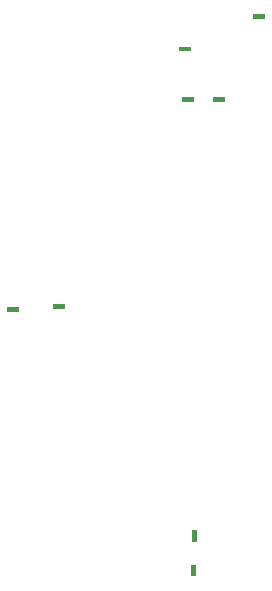
<source format=gbr>
G04 #@! TF.FileFunction,Glue,Top*
%FSLAX46Y46*%
G04 Gerber Fmt 4.6, Leading zero omitted, Abs format (unit mm)*
G04 Created by KiCad (PCBNEW 4.0.6) date 05/08/17 07:17:05*
%MOMM*%
%LPD*%
G01*
G04 APERTURE LIST*
%ADD10C,0.100000*%
G04 APERTURE END LIST*
D10*
G36*
X176040000Y-105144000D02*
X176040000Y-105543800D01*
X177040200Y-105543800D01*
X177040200Y-105144000D01*
X176040000Y-105144000D01*
G37*
G36*
X190571000Y-83106800D02*
X190571000Y-83506600D01*
X191571200Y-83506600D01*
X191571200Y-83106800D01*
X190571000Y-83106800D01*
G37*
G36*
X180951800Y-105315200D02*
X180951800Y-104915400D01*
X179951600Y-104915400D01*
X179951600Y-105315200D01*
X180951800Y-105315200D01*
G37*
G36*
X191681800Y-125071800D02*
X192081600Y-125071800D01*
X192081600Y-124071600D01*
X191681800Y-124071600D01*
X191681800Y-125071800D01*
G37*
G36*
X197893600Y-80778800D02*
X197893600Y-80379000D01*
X196893400Y-80379000D01*
X196893400Y-80778800D01*
X197893600Y-80778800D01*
G37*
G36*
X191631000Y-127953000D02*
X192030800Y-127953000D01*
X192030800Y-126952800D01*
X191631000Y-126952800D01*
X191631000Y-127953000D01*
G37*
G36*
X193484200Y-87365600D02*
X193484200Y-87765400D01*
X194484400Y-87765400D01*
X194484400Y-87365600D01*
X193484200Y-87365600D01*
G37*
G36*
X190851200Y-87399000D02*
X190851200Y-87798800D01*
X191851400Y-87798800D01*
X191851400Y-87399000D01*
X190851200Y-87399000D01*
G37*
M02*

</source>
